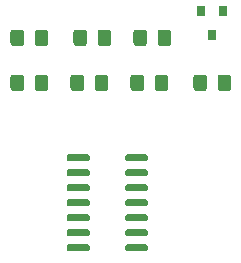
<source format=gbr>
%TF.GenerationSoftware,KiCad,Pcbnew,(5.1.6-0-10_14)*%
%TF.CreationDate,2020-10-01T20:26:03+09:00*%
%TF.ProjectId,hawk,6861776b-2e6b-4696-9361-645f70636258,rev?*%
%TF.SameCoordinates,Original*%
%TF.FileFunction,Paste,Top*%
%TF.FilePolarity,Positive*%
%FSLAX46Y46*%
G04 Gerber Fmt 4.6, Leading zero omitted, Abs format (unit mm)*
G04 Created by KiCad (PCBNEW (5.1.6-0-10_14)) date 2020-10-01 20:26:03*
%MOMM*%
%LPD*%
G01*
G04 APERTURE LIST*
%ADD10R,0.800000X0.900000*%
G04 APERTURE END LIST*
D10*
%TO.C,U2*%
X124460000Y-98790000D03*
X123510000Y-96790000D03*
X125410000Y-96790000D03*
%TD*%
%TO.C,U1*%
G36*
G01*
X117070000Y-109370000D02*
X117070000Y-109070000D01*
G75*
G02*
X117220000Y-108920000I150000J0D01*
G01*
X118870000Y-108920000D01*
G75*
G02*
X119020000Y-109070000I0J-150000D01*
G01*
X119020000Y-109370000D01*
G75*
G02*
X118870000Y-109520000I-150000J0D01*
G01*
X117220000Y-109520000D01*
G75*
G02*
X117070000Y-109370000I0J150000D01*
G01*
G37*
G36*
G01*
X117070000Y-110640000D02*
X117070000Y-110340000D01*
G75*
G02*
X117220000Y-110190000I150000J0D01*
G01*
X118870000Y-110190000D01*
G75*
G02*
X119020000Y-110340000I0J-150000D01*
G01*
X119020000Y-110640000D01*
G75*
G02*
X118870000Y-110790000I-150000J0D01*
G01*
X117220000Y-110790000D01*
G75*
G02*
X117070000Y-110640000I0J150000D01*
G01*
G37*
G36*
G01*
X117070000Y-111910000D02*
X117070000Y-111610000D01*
G75*
G02*
X117220000Y-111460000I150000J0D01*
G01*
X118870000Y-111460000D01*
G75*
G02*
X119020000Y-111610000I0J-150000D01*
G01*
X119020000Y-111910000D01*
G75*
G02*
X118870000Y-112060000I-150000J0D01*
G01*
X117220000Y-112060000D01*
G75*
G02*
X117070000Y-111910000I0J150000D01*
G01*
G37*
G36*
G01*
X117070000Y-113180000D02*
X117070000Y-112880000D01*
G75*
G02*
X117220000Y-112730000I150000J0D01*
G01*
X118870000Y-112730000D01*
G75*
G02*
X119020000Y-112880000I0J-150000D01*
G01*
X119020000Y-113180000D01*
G75*
G02*
X118870000Y-113330000I-150000J0D01*
G01*
X117220000Y-113330000D01*
G75*
G02*
X117070000Y-113180000I0J150000D01*
G01*
G37*
G36*
G01*
X117070000Y-114450000D02*
X117070000Y-114150000D01*
G75*
G02*
X117220000Y-114000000I150000J0D01*
G01*
X118870000Y-114000000D01*
G75*
G02*
X119020000Y-114150000I0J-150000D01*
G01*
X119020000Y-114450000D01*
G75*
G02*
X118870000Y-114600000I-150000J0D01*
G01*
X117220000Y-114600000D01*
G75*
G02*
X117070000Y-114450000I0J150000D01*
G01*
G37*
G36*
G01*
X117070000Y-115720000D02*
X117070000Y-115420000D01*
G75*
G02*
X117220000Y-115270000I150000J0D01*
G01*
X118870000Y-115270000D01*
G75*
G02*
X119020000Y-115420000I0J-150000D01*
G01*
X119020000Y-115720000D01*
G75*
G02*
X118870000Y-115870000I-150000J0D01*
G01*
X117220000Y-115870000D01*
G75*
G02*
X117070000Y-115720000I0J150000D01*
G01*
G37*
G36*
G01*
X117070000Y-116990000D02*
X117070000Y-116690000D01*
G75*
G02*
X117220000Y-116540000I150000J0D01*
G01*
X118870000Y-116540000D01*
G75*
G02*
X119020000Y-116690000I0J-150000D01*
G01*
X119020000Y-116990000D01*
G75*
G02*
X118870000Y-117140000I-150000J0D01*
G01*
X117220000Y-117140000D01*
G75*
G02*
X117070000Y-116990000I0J150000D01*
G01*
G37*
G36*
G01*
X112120000Y-116990000D02*
X112120000Y-116690000D01*
G75*
G02*
X112270000Y-116540000I150000J0D01*
G01*
X113920000Y-116540000D01*
G75*
G02*
X114070000Y-116690000I0J-150000D01*
G01*
X114070000Y-116990000D01*
G75*
G02*
X113920000Y-117140000I-150000J0D01*
G01*
X112270000Y-117140000D01*
G75*
G02*
X112120000Y-116990000I0J150000D01*
G01*
G37*
G36*
G01*
X112120000Y-115720000D02*
X112120000Y-115420000D01*
G75*
G02*
X112270000Y-115270000I150000J0D01*
G01*
X113920000Y-115270000D01*
G75*
G02*
X114070000Y-115420000I0J-150000D01*
G01*
X114070000Y-115720000D01*
G75*
G02*
X113920000Y-115870000I-150000J0D01*
G01*
X112270000Y-115870000D01*
G75*
G02*
X112120000Y-115720000I0J150000D01*
G01*
G37*
G36*
G01*
X112120000Y-114450000D02*
X112120000Y-114150000D01*
G75*
G02*
X112270000Y-114000000I150000J0D01*
G01*
X113920000Y-114000000D01*
G75*
G02*
X114070000Y-114150000I0J-150000D01*
G01*
X114070000Y-114450000D01*
G75*
G02*
X113920000Y-114600000I-150000J0D01*
G01*
X112270000Y-114600000D01*
G75*
G02*
X112120000Y-114450000I0J150000D01*
G01*
G37*
G36*
G01*
X112120000Y-113180000D02*
X112120000Y-112880000D01*
G75*
G02*
X112270000Y-112730000I150000J0D01*
G01*
X113920000Y-112730000D01*
G75*
G02*
X114070000Y-112880000I0J-150000D01*
G01*
X114070000Y-113180000D01*
G75*
G02*
X113920000Y-113330000I-150000J0D01*
G01*
X112270000Y-113330000D01*
G75*
G02*
X112120000Y-113180000I0J150000D01*
G01*
G37*
G36*
G01*
X112120000Y-111910000D02*
X112120000Y-111610000D01*
G75*
G02*
X112270000Y-111460000I150000J0D01*
G01*
X113920000Y-111460000D01*
G75*
G02*
X114070000Y-111610000I0J-150000D01*
G01*
X114070000Y-111910000D01*
G75*
G02*
X113920000Y-112060000I-150000J0D01*
G01*
X112270000Y-112060000D01*
G75*
G02*
X112120000Y-111910000I0J150000D01*
G01*
G37*
G36*
G01*
X112120000Y-110640000D02*
X112120000Y-110340000D01*
G75*
G02*
X112270000Y-110190000I150000J0D01*
G01*
X113920000Y-110190000D01*
G75*
G02*
X114070000Y-110340000I0J-150000D01*
G01*
X114070000Y-110640000D01*
G75*
G02*
X113920000Y-110790000I-150000J0D01*
G01*
X112270000Y-110790000D01*
G75*
G02*
X112120000Y-110640000I0J150000D01*
G01*
G37*
G36*
G01*
X112120000Y-109370000D02*
X112120000Y-109070000D01*
G75*
G02*
X112270000Y-108920000I150000J0D01*
G01*
X113920000Y-108920000D01*
G75*
G02*
X114070000Y-109070000I0J-150000D01*
G01*
X114070000Y-109370000D01*
G75*
G02*
X113920000Y-109520000I-150000J0D01*
G01*
X112270000Y-109520000D01*
G75*
G02*
X112120000Y-109370000I0J150000D01*
G01*
G37*
%TD*%
%TO.C,R3*%
G36*
G01*
X124910000Y-103320001D02*
X124910000Y-102419999D01*
G75*
G02*
X125159999Y-102170000I249999J0D01*
G01*
X125810001Y-102170000D01*
G75*
G02*
X126060000Y-102419999I0J-249999D01*
G01*
X126060000Y-103320001D01*
G75*
G02*
X125810001Y-103570000I-249999J0D01*
G01*
X125159999Y-103570000D01*
G75*
G02*
X124910000Y-103320001I0J249999D01*
G01*
G37*
G36*
G01*
X122860000Y-103320001D02*
X122860000Y-102419999D01*
G75*
G02*
X123109999Y-102170000I249999J0D01*
G01*
X123760001Y-102170000D01*
G75*
G02*
X124010000Y-102419999I0J-249999D01*
G01*
X124010000Y-103320001D01*
G75*
G02*
X123760001Y-103570000I-249999J0D01*
G01*
X123109999Y-103570000D01*
G75*
G02*
X122860000Y-103320001I0J249999D01*
G01*
G37*
%TD*%
%TO.C,R2*%
G36*
G01*
X109425000Y-103320001D02*
X109425000Y-102419999D01*
G75*
G02*
X109674999Y-102170000I249999J0D01*
G01*
X110325001Y-102170000D01*
G75*
G02*
X110575000Y-102419999I0J-249999D01*
G01*
X110575000Y-103320001D01*
G75*
G02*
X110325001Y-103570000I-249999J0D01*
G01*
X109674999Y-103570000D01*
G75*
G02*
X109425000Y-103320001I0J249999D01*
G01*
G37*
G36*
G01*
X107375000Y-103320001D02*
X107375000Y-102419999D01*
G75*
G02*
X107624999Y-102170000I249999J0D01*
G01*
X108275001Y-102170000D01*
G75*
G02*
X108525000Y-102419999I0J-249999D01*
G01*
X108525000Y-103320001D01*
G75*
G02*
X108275001Y-103570000I-249999J0D01*
G01*
X107624999Y-103570000D01*
G75*
G02*
X107375000Y-103320001I0J249999D01*
G01*
G37*
%TD*%
%TO.C,R1*%
G36*
G01*
X114750000Y-99510001D02*
X114750000Y-98609999D01*
G75*
G02*
X114999999Y-98360000I249999J0D01*
G01*
X115650001Y-98360000D01*
G75*
G02*
X115900000Y-98609999I0J-249999D01*
G01*
X115900000Y-99510001D01*
G75*
G02*
X115650001Y-99760000I-249999J0D01*
G01*
X114999999Y-99760000D01*
G75*
G02*
X114750000Y-99510001I0J249999D01*
G01*
G37*
G36*
G01*
X112700000Y-99510001D02*
X112700000Y-98609999D01*
G75*
G02*
X112949999Y-98360000I249999J0D01*
G01*
X113600001Y-98360000D01*
G75*
G02*
X113850000Y-98609999I0J-249999D01*
G01*
X113850000Y-99510001D01*
G75*
G02*
X113600001Y-99760000I-249999J0D01*
G01*
X112949999Y-99760000D01*
G75*
G02*
X112700000Y-99510001I0J249999D01*
G01*
G37*
%TD*%
%TO.C,D1*%
G36*
G01*
X109425000Y-99510001D02*
X109425000Y-98609999D01*
G75*
G02*
X109674999Y-98360000I249999J0D01*
G01*
X110325001Y-98360000D01*
G75*
G02*
X110575000Y-98609999I0J-249999D01*
G01*
X110575000Y-99510001D01*
G75*
G02*
X110325001Y-99760000I-249999J0D01*
G01*
X109674999Y-99760000D01*
G75*
G02*
X109425000Y-99510001I0J249999D01*
G01*
G37*
G36*
G01*
X107375000Y-99510001D02*
X107375000Y-98609999D01*
G75*
G02*
X107624999Y-98360000I249999J0D01*
G01*
X108275001Y-98360000D01*
G75*
G02*
X108525000Y-98609999I0J-249999D01*
G01*
X108525000Y-99510001D01*
G75*
G02*
X108275001Y-99760000I-249999J0D01*
G01*
X107624999Y-99760000D01*
G75*
G02*
X107375000Y-99510001I0J249999D01*
G01*
G37*
%TD*%
%TO.C,C3*%
G36*
G01*
X114505000Y-103320001D02*
X114505000Y-102419999D01*
G75*
G02*
X114754999Y-102170000I249999J0D01*
G01*
X115405001Y-102170000D01*
G75*
G02*
X115655000Y-102419999I0J-249999D01*
G01*
X115655000Y-103320001D01*
G75*
G02*
X115405001Y-103570000I-249999J0D01*
G01*
X114754999Y-103570000D01*
G75*
G02*
X114505000Y-103320001I0J249999D01*
G01*
G37*
G36*
G01*
X112455000Y-103320001D02*
X112455000Y-102419999D01*
G75*
G02*
X112704999Y-102170000I249999J0D01*
G01*
X113355001Y-102170000D01*
G75*
G02*
X113605000Y-102419999I0J-249999D01*
G01*
X113605000Y-103320001D01*
G75*
G02*
X113355001Y-103570000I-249999J0D01*
G01*
X112704999Y-103570000D01*
G75*
G02*
X112455000Y-103320001I0J249999D01*
G01*
G37*
%TD*%
%TO.C,C2*%
G36*
G01*
X119585000Y-103320001D02*
X119585000Y-102419999D01*
G75*
G02*
X119834999Y-102170000I249999J0D01*
G01*
X120485001Y-102170000D01*
G75*
G02*
X120735000Y-102419999I0J-249999D01*
G01*
X120735000Y-103320001D01*
G75*
G02*
X120485001Y-103570000I-249999J0D01*
G01*
X119834999Y-103570000D01*
G75*
G02*
X119585000Y-103320001I0J249999D01*
G01*
G37*
G36*
G01*
X117535000Y-103320001D02*
X117535000Y-102419999D01*
G75*
G02*
X117784999Y-102170000I249999J0D01*
G01*
X118435001Y-102170000D01*
G75*
G02*
X118685000Y-102419999I0J-249999D01*
G01*
X118685000Y-103320001D01*
G75*
G02*
X118435001Y-103570000I-249999J0D01*
G01*
X117784999Y-103570000D01*
G75*
G02*
X117535000Y-103320001I0J249999D01*
G01*
G37*
%TD*%
%TO.C,C1*%
G36*
G01*
X119830000Y-99510001D02*
X119830000Y-98609999D01*
G75*
G02*
X120079999Y-98360000I249999J0D01*
G01*
X120730001Y-98360000D01*
G75*
G02*
X120980000Y-98609999I0J-249999D01*
G01*
X120980000Y-99510001D01*
G75*
G02*
X120730001Y-99760000I-249999J0D01*
G01*
X120079999Y-99760000D01*
G75*
G02*
X119830000Y-99510001I0J249999D01*
G01*
G37*
G36*
G01*
X117780000Y-99510001D02*
X117780000Y-98609999D01*
G75*
G02*
X118029999Y-98360000I249999J0D01*
G01*
X118680001Y-98360000D01*
G75*
G02*
X118930000Y-98609999I0J-249999D01*
G01*
X118930000Y-99510001D01*
G75*
G02*
X118680001Y-99760000I-249999J0D01*
G01*
X118029999Y-99760000D01*
G75*
G02*
X117780000Y-99510001I0J249999D01*
G01*
G37*
%TD*%
M02*

</source>
